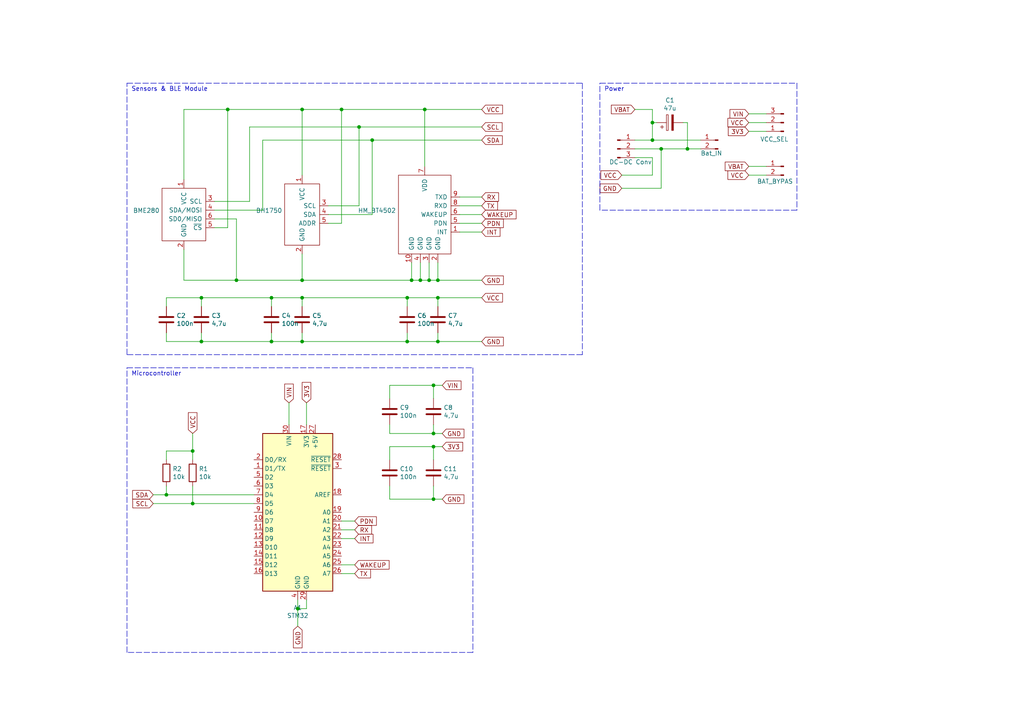
<source format=kicad_sch>
(kicad_sch (version 20211123) (generator eeschema)
  (paper "A4")
  (lib_symbols
    (symbol "Connector:Conn_01x02_Male" (pin_names (offset 1.016) hide)
      (property "Reference" "J" (at 0 2.54 0))
      (property "Value" "Conn_01x02_Male" (at 0 -5.08 0))
      (symbol "Conn_01x02_Male_1_1"
        (polyline (pts (xy 1.27 -2.54) (xy 0.8636 -2.54)) (stroke (width 0.1524)))
        (polyline (pts (xy 1.27 0) (xy 0.8636 0)) (stroke (width 0.1524)))
        (rectangle (start 0.8636 -2.413) (end 0 -2.667) (stroke (width 0.1524)) (fill (type outline)))
        (rectangle (start 0.8636 0.127) (end 0 -0.127) (stroke (width 0.1524)) (fill (type outline)))
        (pin passive line (at 5.08 0 180) (length 3.81) (name "Pin_1") (number "1"))
        (pin passive line (at 5.08 -2.54 180) (length 3.81) (name "Pin_2") (number "2"))
      )
    )
    (symbol "Connector:Conn_01x03_Male" (pin_names (offset 1.016) hide)
      (property "Reference" "J" (at 0 5.08 0))
      (property "Value" "Conn_01x03_Male" (at 0 -5.08 0))
      (symbol "Conn_01x03_Male_1_1"
        (polyline (pts (xy 1.27 -2.54) (xy 0.8636 -2.54)) (stroke (width 0.1524)))
        (polyline (pts (xy 1.27 0) (xy 0.8636 0)) (stroke (width 0.1524)))
        (polyline (pts (xy 1.27 2.54) (xy 0.8636 2.54)) (stroke (width 0.1524)))
        (rectangle (start 0.8636 -2.413) (end 0 -2.667) (stroke (width 0.1524)) (fill (type outline)))
        (rectangle (start 0.8636 0.127) (end 0 -0.127) (stroke (width 0.1524)) (fill (type outline)))
        (rectangle (start 0.8636 2.667) (end 0 2.413) (stroke (width 0.1524)) (fill (type outline)))
        (pin passive line (at 5.08 2.54 180) (length 3.81) (name "Pin_1") (number "1"))
        (pin passive line (at 5.08 0 180) (length 3.81) (name "Pin_2") (number "2"))
        (pin passive line (at 5.08 -2.54 180) (length 3.81) (name "Pin_3") (number "3"))
      )
    )
    (symbol "Device:C" (pin_numbers hide) (pin_names (offset 0.254))
      (property "Reference" "C" (at 0.635 2.54 0))
      (property "Value" "C" (at 0.635 -2.54 0))
      (symbol "C_0_1"
        (polyline (pts (xy -2.032 -0.762) (xy 2.032 -0.762)) (stroke (width 0.508)))
        (polyline (pts (xy -2.032 0.762) (xy 2.032 0.762)) (stroke (width 0.508)))
      )
      (symbol "C_1_1"
        (pin passive line (at 0 3.81 270) (length 2.794) (name "~") (number "1"))
        (pin passive line (at 0 -3.81 90) (length 2.794) (name "~") (number "2"))
      )
    )
    (symbol "Device:CP" (pin_numbers hide) (pin_names (offset 0.254))
      (property "Reference" "C" (at 0.635 2.54 0))
      (property "Value" "Device_CP" (at 0.635 -2.54 0))
      (symbol "CP_0_1"
        (rectangle (start -2.286 0.508) (end 2.286 1.016))
        (polyline (pts (xy -1.778 2.286) (xy -0.762 2.286)))
        (polyline (pts (xy -1.27 2.794) (xy -1.27 1.778)))
        (rectangle (start 2.286 -0.508) (end -2.286 -1.016) (fill (type outline)))
      )
      (symbol "CP_1_1"
        (pin passive line (at 0 3.81 270) (length 2.794) (name "~") (number "1"))
        (pin passive line (at 0 -3.81 90) (length 2.794) (name "~") (number "2"))
      )
    )
    (symbol "Device:R" (pin_numbers hide) (pin_names (offset 0))
      (property "Reference" "R" (at 2.032 0 90))
      (property "Value" "R" (at 0 0 90))
      (symbol "R_0_1"
        (rectangle (start -1.016 -2.54) (end 1.016 2.54) (stroke (width 0.254)))
      )
      (symbol "R_1_1"
        (pin passive line (at 0 3.81 270) (length 1.27) (name "~") (number "1"))
        (pin passive line (at 0 -3.81 90) (length 1.27) (name "~") (number "2"))
      )
    )
    (symbol "MCU_Module:Arduino_Nano_v2.x"
      (property "Reference" "A" (at -10.16 23.495 0))
      (property "Value" "Arduino_Nano_v2.x" (at 5.08 -24.13 0))
      (symbol "Arduino_Nano_v2.x_0_1"
        (rectangle (start -10.16 22.86) (end 10.16 -22.86) (stroke (width 0.254)) (fill (type background)))
      )
      (symbol "Arduino_Nano_v2.x_1_1"
        (pin bidirectional line (at -12.7 12.7 0) (length 2.54) (name "D1/TX") (number "1"))
        (pin bidirectional line (at -12.7 -2.54 0) (length 2.54) (name "D7") (number "10"))
        (pin bidirectional line (at -12.7 -5.08 0) (length 2.54) (name "D8") (number "11"))
        (pin bidirectional line (at -12.7 -7.62 0) (length 2.54) (name "D9") (number "12"))
        (pin bidirectional line (at -12.7 -10.16 0) (length 2.54) (name "D10") (number "13"))
        (pin bidirectional line (at -12.7 -12.7 0) (length 2.54) (name "D11") (number "14"))
        (pin bidirectional line (at -12.7 -15.24 0) (length 2.54) (name "D12") (number "15"))
        (pin bidirectional line (at -12.7 -17.78 0) (length 2.54) (name "D13") (number "16"))
        (pin power_out line (at 2.54 25.4 270) (length 2.54) (name "3V3") (number "17"))
        (pin input line (at 12.7 5.08 180) (length 2.54) (name "AREF") (number "18"))
        (pin bidirectional line (at 12.7 0 180) (length 2.54) (name "A0") (number "19"))
        (pin bidirectional line (at -12.7 15.24 0) (length 2.54) (name "D0/RX") (number "2"))
        (pin bidirectional line (at 12.7 -2.54 180) (length 2.54) (name "A1") (number "20"))
        (pin bidirectional line (at 12.7 -5.08 180) (length 2.54) (name "A2") (number "21"))
        (pin bidirectional line (at 12.7 -7.62 180) (length 2.54) (name "A3") (number "22"))
        (pin bidirectional line (at 12.7 -10.16 180) (length 2.54) (name "A4") (number "23"))
        (pin bidirectional line (at 12.7 -12.7 180) (length 2.54) (name "A5") (number "24"))
        (pin bidirectional line (at 12.7 -15.24 180) (length 2.54) (name "A6") (number "25"))
        (pin bidirectional line (at 12.7 -17.78 180) (length 2.54) (name "A7") (number "26"))
        (pin power_out line (at 5.08 25.4 270) (length 2.54) (name "+5V") (number "27"))
        (pin input line (at 12.7 15.24 180) (length 2.54) (name "~{RESET}") (number "28"))
        (pin power_in line (at 2.54 -25.4 90) (length 2.54) (name "GND") (number "29"))
        (pin input line (at 12.7 12.7 180) (length 2.54) (name "~{RESET}") (number "3"))
        (pin power_in line (at -2.54 25.4 270) (length 2.54) (name "VIN") (number "30"))
        (pin power_in line (at 0 -25.4 90) (length 2.54) (name "GND") (number "4"))
        (pin bidirectional line (at -12.7 10.16 0) (length 2.54) (name "D2") (number "5"))
        (pin bidirectional line (at -12.7 7.62 0) (length 2.54) (name "D3") (number "6"))
        (pin bidirectional line (at -12.7 5.08 0) (length 2.54) (name "D4") (number "7"))
        (pin bidirectional line (at -12.7 2.54 0) (length 2.54) (name "D5") (number "8"))
        (pin bidirectional line (at -12.7 0 0) (length 2.54) (name "D6") (number "9"))
      )
    )
    (symbol "Moje:BH1750" (pin_names (offset 1.016))
      (property "Reference" "U" (at -3.81 10.16 0))
      (property "Value" "BH1750" (at 5.08 -10.16 0))
      (symbol "BH1750_0_1"
        (rectangle (start -5.08 -8.89) (end 5.08 8.89))
      )
      (symbol "BH1750_1_1"
        (pin input line (at 0 11.43 270) (length 2.54) (name "VCC") (number "1"))
        (pin input line (at 0 -11.43 90) (length 2.54) (name "GND") (number "2"))
        (pin input line (at 7.62 2.54 180) (length 2.54) (name "SCL") (number "3"))
        (pin input line (at 7.62 0 180) (length 2.54) (name "SDA") (number "4"))
        (pin input line (at 7.62 -2.54 180) (length 2.54) (name "ADDR") (number "5"))
      )
    )
    (symbol "Moje:BME280" (pin_names (offset 1.016))
      (property "Reference" "U" (at -5.08 8.89 0))
      (property "Value" "BME280" (at 5.08 -8.89 0))
      (symbol "BME280_0_1"
        (rectangle (start 6.35 7.62) (end -6.35 -7.62))
      )
      (symbol "BME280_1_1"
        (pin input line (at 0 10.16 270) (length 2.54) (name "VCC") (number "1"))
        (pin input line (at 0 -10.16 90) (length 2.54) (name "GND") (number "2"))
        (pin input line (at 8.89 3.81 180) (length 2.54) (name "SCL") (number "3"))
        (pin input line (at 8.89 1.27 180) (length 2.54) (name "SDA/MOSI") (number "4"))
        (pin input line (at 8.89 -3.81 180) (length 2.54) (name "~{CS}") (number "5"))
        (pin input line (at 8.89 -1.27 180) (length 2.54) (name "SD0/MISO") (number "6"))
      )
    )
    (symbol "Moje:HM_BT4502" (pin_names (offset 1.016))
      (property "Reference" "U" (at -6.35 12.7 0))
      (property "Value" "HM_BT4502" (at 10.16 -12.7 0))
      (symbol "HM_BT4502_0_1"
        (rectangle (start -7.62 11.43) (end 7.62 -11.43))
      )
      (symbol "HM_BT4502_1_1"
        (pin output line (at -10.16 -5.08 0) (length 2.54) (name "INT") (number "1"))
        (pin input line (at 3.81 -13.97 90) (length 2.54) (name "GND") (number "10"))
        (pin input line (at -3.81 -13.97 90) (length 2.54) (name "GND") (number "2"))
        (pin input line (at -1.27 -13.97 90) (length 2.54) (name "GND") (number "3"))
        (pin input line (at 1.27 -13.97 90) (length 2.54) (name "GND") (number "4"))
        (pin input line (at -10.16 -2.54 0) (length 2.54) (name "PDN") (number "5"))
        (pin input line (at -10.16 0 0) (length 2.54) (name "WAKEUP") (number "6"))
        (pin input line (at 0 13.97 270) (length 2.54) (name "VDD") (number "7"))
        (pin input line (at -10.16 2.54 0) (length 2.54) (name "RXD") (number "8"))
        (pin output line (at -10.16 5.08 0) (length 2.54) (name "TXD") (number "9"))
      )
    )
  )
  (junction (at 118.11 86.36))
  (junction (at 119.38 81.28))
  (junction (at 87.63 81.28))
  (junction (at 66.04 31.75))
  (junction (at 121.92 81.28))
  (junction (at 99.06 31.75))
  (junction (at 123.19 31.75))
  (junction (at 127 99.06))
  (junction (at 125.73 144.78))
  (junction (at 199.39 43.18))
  (junction (at 118.11 99.06))
  (junction (at 127 86.36))
  (junction (at 125.73 129.54))
  (junction (at 48.26 143.51))
  (junction (at 125.73 111.76))
  (junction (at 124.46 81.28))
  (junction (at 58.42 86.36))
  (junction (at 104.14 36.83))
  (junction (at 127 81.28))
  (junction (at 78.74 86.36))
  (junction (at 78.74 99.06))
  (junction (at 55.88 130.81))
  (junction (at 58.42 99.06))
  (junction (at 86.36 176.53))
  (junction (at 87.63 86.36))
  (junction (at 68.58 81.28))
  (junction (at 191.77 43.18))
  (junction (at 55.88 146.05))
  (junction (at 87.63 99.06))
  (junction (at 107.95 40.64))
  (junction (at 189.23 40.64))
  (junction (at 189.23 35.56))
  (junction (at 125.73 125.73))
  (junction (at 87.63 31.75))
  (wire (pts (xy 128.27 125.73) (xy 125.73 125.73)))
  (wire (pts (xy 127 96.52) (xy 127 99.06)))
  (wire (pts (xy 222.25 33.02) (xy 217.17 33.02)))
  (wire (pts (xy 78.74 86.36) (xy 58.42 86.36)))
  (wire (pts (xy 127 88.9) (xy 127 86.36)))
  (wire (pts (xy 104.14 36.83) (xy 139.7 36.83)))
  (wire (pts (xy 113.03 115.57) (xy 113.03 111.76)))
  (wire (pts (xy 44.45 143.51) (xy 48.26 143.51)))
  (wire (pts (xy 53.34 81.28) (xy 68.58 81.28)))
  (wire (pts (xy 102.87 151.13) (xy 99.06 151.13)))
  (wire (pts (xy 62.23 63.5) (xy 68.58 63.5)))
  (wire (pts (xy 125.73 133.35) (xy 125.73 129.54)))
  (wire (pts (xy 133.35 59.69) (xy 139.7 59.69)))
  (wire (pts (xy 133.35 67.31) (xy 139.7 67.31)))
  (wire (pts (xy 102.87 156.21) (xy 99.06 156.21)))
  (wire (pts (xy 118.11 86.36) (xy 87.63 86.36)))
  (wire (pts (xy 48.26 133.35) (xy 48.26 130.81)))
  (wire (pts (xy 113.03 144.78) (xy 125.73 144.78)))
  (wire (pts (xy 62.23 66.04) (xy 66.04 66.04)))
  (wire (pts (xy 104.14 59.69) (xy 104.14 36.83)))
  (wire (pts (xy 217.17 38.1) (xy 222.25 38.1)))
  (wire (pts (xy 72.39 36.83) (xy 72.39 58.42)))
  (polyline (pts (xy 173.99 60.96) (xy 173.99 24.13)))
  (wire (pts (xy 102.87 166.37) (xy 99.06 166.37)))
  (wire (pts (xy 125.73 125.73) (xy 113.03 125.73)))
  (wire (pts (xy 44.45 146.05) (xy 55.88 146.05)))
  (wire (pts (xy 88.9 116.84) (xy 88.9 123.19)))
  (wire (pts (xy 53.34 31.75) (xy 66.04 31.75)))
  (wire (pts (xy 128.27 144.78) (xy 125.73 144.78)))
  (wire (pts (xy 127 76.2) (xy 127 81.28)))
  (wire (pts (xy 58.42 88.9) (xy 58.42 86.36)))
  (wire (pts (xy 78.74 96.52) (xy 78.74 99.06)))
  (wire (pts (xy 198.12 35.56) (xy 199.39 35.56)))
  (wire (pts (xy 55.88 140.97) (xy 55.88 146.05)))
  (wire (pts (xy 189.23 45.72) (xy 189.23 50.8)))
  (wire (pts (xy 53.34 72.39) (xy 53.34 81.28)))
  (wire (pts (xy 125.73 111.76) (xy 125.73 115.57)))
  (wire (pts (xy 68.58 63.5) (xy 68.58 81.28)))
  (wire (pts (xy 62.23 58.42) (xy 72.39 58.42)))
  (wire (pts (xy 222.25 50.8) (xy 217.17 50.8)))
  (wire (pts (xy 133.35 57.15) (xy 139.7 57.15)))
  (wire (pts (xy 113.03 133.35) (xy 113.03 129.54)))
  (wire (pts (xy 99.06 64.77) (xy 99.06 31.75)))
  (wire (pts (xy 128.27 129.54) (xy 125.73 129.54)))
  (wire (pts (xy 87.63 31.75) (xy 99.06 31.75)))
  (polyline (pts (xy 36.83 24.13) (xy 168.91 24.13)))
  (wire (pts (xy 87.63 86.36) (xy 78.74 86.36)))
  (wire (pts (xy 125.73 123.19) (xy 125.73 125.73)))
  (wire (pts (xy 127 81.28) (xy 139.7 81.28)))
  (wire (pts (xy 55.88 125.73) (xy 55.88 130.81)))
  (polyline (pts (xy 137.16 189.23) (xy 36.83 189.23)))
  (wire (pts (xy 189.23 31.75) (xy 189.23 35.56)))
  (wire (pts (xy 48.26 143.51) (xy 73.66 143.51)))
  (wire (pts (xy 189.23 40.64) (xy 203.2 40.64)))
  (wire (pts (xy 55.88 130.81) (xy 55.88 133.35)))
  (wire (pts (xy 113.03 129.54) (xy 125.73 129.54)))
  (wire (pts (xy 88.9 173.99) (xy 88.9 176.53)))
  (wire (pts (xy 107.95 62.23) (xy 107.95 40.64)))
  (wire (pts (xy 72.39 36.83) (xy 104.14 36.83)))
  (wire (pts (xy 87.63 73.66) (xy 87.63 81.28)))
  (polyline (pts (xy 168.91 102.87) (xy 36.83 102.87)))
  (wire (pts (xy 118.11 88.9) (xy 118.11 86.36)))
  (wire (pts (xy 124.46 76.2) (xy 124.46 81.28)))
  (polyline (pts (xy 36.83 102.87) (xy 36.83 24.13)))
  (wire (pts (xy 78.74 88.9) (xy 78.74 86.36)))
  (wire (pts (xy 86.36 181.61) (xy 86.36 176.53)))
  (wire (pts (xy 58.42 86.36) (xy 48.26 86.36)))
  (wire (pts (xy 203.2 43.18) (xy 199.39 43.18)))
  (wire (pts (xy 113.03 125.73) (xy 113.03 123.19)))
  (wire (pts (xy 121.92 76.2) (xy 121.92 81.28)))
  (polyline (pts (xy 36.83 106.68) (xy 137.16 106.68)))
  (wire (pts (xy 87.63 50.8) (xy 87.63 31.75)))
  (wire (pts (xy 118.11 96.52) (xy 118.11 99.06)))
  (wire (pts (xy 123.19 48.26) (xy 123.19 31.75)))
  (polyline (pts (xy 168.91 24.13) (xy 168.91 102.87)))
  (wire (pts (xy 133.35 64.77) (xy 139.7 64.77)))
  (polyline (pts (xy 231.14 60.96) (xy 173.99 60.96)))
  (wire (pts (xy 123.19 31.75) (xy 99.06 31.75)))
  (wire (pts (xy 73.66 146.05) (xy 55.88 146.05)))
  (wire (pts (xy 58.42 96.52) (xy 58.42 99.06)))
  (wire (pts (xy 184.15 31.75) (xy 189.23 31.75)))
  (wire (pts (xy 113.03 111.76) (xy 125.73 111.76)))
  (wire (pts (xy 76.2 40.64) (xy 107.95 40.64)))
  (polyline (pts (xy 173.99 24.13) (xy 231.14 24.13)))
  (wire (pts (xy 127 86.36) (xy 118.11 86.36)))
  (wire (pts (xy 86.36 176.53) (xy 86.36 173.99)))
  (wire (pts (xy 95.25 59.69) (xy 104.14 59.69)))
  (wire (pts (xy 180.34 50.8) (xy 189.23 50.8)))
  (wire (pts (xy 118.11 99.06) (xy 87.63 99.06)))
  (wire (pts (xy 189.23 45.72) (xy 184.15 45.72)))
  (wire (pts (xy 83.82 123.19) (xy 83.82 116.84)))
  (wire (pts (xy 189.23 35.56) (xy 189.23 40.64)))
  (wire (pts (xy 139.7 99.06) (xy 127 99.06)))
  (wire (pts (xy 119.38 76.2) (xy 119.38 81.28)))
  (wire (pts (xy 125.73 144.78) (xy 125.73 140.97)))
  (wire (pts (xy 217.17 48.26) (xy 222.25 48.26)))
  (wire (pts (xy 119.38 81.28) (xy 87.63 81.28)))
  (wire (pts (xy 123.19 31.75) (xy 139.7 31.75)))
  (wire (pts (xy 86.36 176.53) (xy 88.9 176.53)))
  (wire (pts (xy 191.77 43.18) (xy 184.15 43.18)))
  (wire (pts (xy 139.7 86.36) (xy 127 86.36)))
  (wire (pts (xy 119.38 81.28) (xy 121.92 81.28)))
  (wire (pts (xy 48.26 130.81) (xy 55.88 130.81)))
  (wire (pts (xy 124.46 81.28) (xy 127 81.28)))
  (wire (pts (xy 76.2 40.64) (xy 76.2 60.96)))
  (wire (pts (xy 121.92 81.28) (xy 124.46 81.28)))
  (polyline (pts (xy 231.14 24.13) (xy 231.14 60.96)))
  (wire (pts (xy 87.63 99.06) (xy 78.74 99.06)))
  (wire (pts (xy 53.34 52.07) (xy 53.34 31.75)))
  (wire (pts (xy 191.77 54.61) (xy 191.77 43.18)))
  (wire (pts (xy 87.63 96.52) (xy 87.63 99.06)))
  (polyline (pts (xy 36.83 189.23) (xy 36.83 106.68)))
  (wire (pts (xy 127 99.06) (xy 118.11 99.06)))
  (polyline (pts (xy 137.16 106.68) (xy 137.16 189.23)))
  (wire (pts (xy 128.27 111.76) (xy 125.73 111.76)))
  (wire (pts (xy 189.23 40.64) (xy 184.15 40.64)))
  (wire (pts (xy 95.25 62.23) (xy 107.95 62.23)))
  (wire (pts (xy 95.25 64.77) (xy 99.06 64.77)))
  (wire (pts (xy 48.26 140.97) (xy 48.26 143.51)))
  (wire (pts (xy 107.95 40.64) (xy 139.7 40.64)))
  (wire (pts (xy 48.26 99.06) (xy 48.26 96.52)))
  (wire (pts (xy 133.35 62.23) (xy 139.7 62.23)))
  (wire (pts (xy 62.23 60.96) (xy 76.2 60.96)))
  (wire (pts (xy 78.74 99.06) (xy 58.42 99.06)))
  (wire (pts (xy 66.04 31.75) (xy 87.63 31.75)))
  (wire (pts (xy 191.77 54.61) (xy 180.34 54.61)))
  (wire (pts (xy 199.39 43.18) (xy 191.77 43.18)))
  (wire (pts (xy 99.06 153.67) (xy 102.87 153.67)))
  (wire (pts (xy 68.58 81.28) (xy 87.63 81.28)))
  (wire (pts (xy 113.03 140.97) (xy 113.03 144.78)))
  (wire (pts (xy 190.5 35.56) (xy 189.23 35.56)))
  (wire (pts (xy 66.04 66.04) (xy 66.04 31.75)))
  (wire (pts (xy 199.39 35.56) (xy 199.39 43.18)))
  (wire (pts (xy 99.06 163.83) (xy 102.87 163.83)))
  (wire (pts (xy 58.42 99.06) (xy 48.26 99.06)))
  (wire (pts (xy 48.26 86.36) (xy 48.26 88.9)))
  (wire (pts (xy 87.63 88.9) (xy 87.63 86.36)))
  (wire (pts (xy 217.17 35.56) (xy 222.25 35.56)))
  (text "Power \n" (at 175.26 26.67 0) (effects (font (size 1.27 1.27)) (justify left bottom)))
  (text "Microcontroller\n" (at 38.1 109.22 0) (effects (font (size 1.27 1.27)) (justify left bottom)))
  (text "Sensors & BLE Module\n" (at 38.1 26.67 0) (effects (font (size 1.27 1.27)) (justify left bottom)))
  (global_label "WAKEUP" (shape input) (at 139.7 62.23 0) (property "Intersheet References" "${INTERSHEET_REFS}" (effects hide)))
  (global_label "VBAT" (shape input) (at 217.17 48.26 180) (property "Intersheet References" "${INTERSHEET_REFS}" (effects hide)))
  (global_label "GND" (shape input) (at 128.27 144.78 0) (property "Intersheet References" "${INTERSHEET_REFS}" (effects hide)))
  (global_label "VIN" (shape input) (at 217.17 33.02 180) (property "Intersheet References" "${INTERSHEET_REFS}" (effects hide)))
  (global_label "WAKEUP" (shape input) (at 102.87 163.83 0) (property "Intersheet References" "${INTERSHEET_REFS}" (effects hide)))
  (global_label "VCC" (shape input) (at 139.7 31.75 0) (property "Intersheet References" "${INTERSHEET_REFS}" (effects hide)))
  (global_label "SCL" (shape input) (at 44.45 146.05 180) (property "Intersheet References" "${INTERSHEET_REFS}" (effects hide)))
  (global_label "VCC" (shape input) (at 217.17 35.56 180) (property "Intersheet References" "${INTERSHEET_REFS}" (effects hide)))
  (global_label "GND" (shape input) (at 139.7 99.06 0) (property "Intersheet References" "${INTERSHEET_REFS}" (effects hide)))
  (global_label "3V3" (shape input) (at 217.17 38.1 180) (property "Intersheet References" "${INTERSHEET_REFS}" (effects hide)))
  (global_label "3V3" (shape input) (at 88.9 116.84 90) (property "Intersheet References" "${INTERSHEET_REFS}" (effects hide)))
  (global_label "INT" (shape input) (at 102.87 156.21 0) (property "Intersheet References" "${INTERSHEET_REFS}" (effects hide)))
  (global_label "3V3" (shape input) (at 128.27 129.54 0) (property "Intersheet References" "${INTERSHEET_REFS}" (effects hide)))
  (global_label "SDA" (shape input) (at 139.7 40.64 0) (property "Intersheet References" "${INTERSHEET_REFS}" (effects hide)))
  (global_label "GND" (shape input) (at 180.34 54.61 180) (property "Intersheet References" "${INTERSHEET_REFS}" (effects hide)))
  (global_label "RX" (shape input) (at 102.87 153.67 0) (property "Intersheet References" "${INTERSHEET_REFS}" (effects hide)))
  (global_label "GND" (shape input) (at 139.7 81.28 0) (property "Intersheet References" "${INTERSHEET_REFS}" (effects hide)))
  (global_label "TX" (shape input) (at 102.87 166.37 0) (property "Intersheet References" "${INTERSHEET_REFS}" (effects hide)))
  (global_label "INT" (shape input) (at 139.7 67.31 0) (property "Intersheet References" "${INTERSHEET_REFS}" (effects hide)))
  (global_label "PDN" (shape input) (at 139.7 64.77 0) (property "Intersheet References" "${INTERSHEET_REFS}" (effects hide)))
  (global_label "VIN" (shape input) (at 83.82 116.84 90) (property "Intersheet References" "${INTERSHEET_REFS}" (effects hide)))
  (global_label "GND" (shape input) (at 128.27 125.73 0) (property "Intersheet References" "${INTERSHEET_REFS}" (effects hide)))
  (global_label "VCC" (shape input) (at 139.7 86.36 0) (property "Intersheet References" "${INTERSHEET_REFS}" (effects hide)))
  (global_label "SDA" (shape input) (at 44.45 143.51 180) (property "Intersheet References" "${INTERSHEET_REFS}" (effects hide)))
  (global_label "TX" (shape input) (at 139.7 59.69 0) (property "Intersheet References" "${INTERSHEET_REFS}" (effects hide)))
  (global_label "RX" (shape input) (at 139.7 57.15 0) (property "Intersheet References" "${INTERSHEET_REFS}" (effects hide)))
  (global_label "VCC" (shape input) (at 217.17 50.8 180) (property "Intersheet References" "${INTERSHEET_REFS}" (effects hide)))
  (global_label "VBAT" (shape input) (at 184.15 31.75 180) (property "Intersheet References" "${INTERSHEET_REFS}" (effects hide)))
  (global_label "SCL" (shape input) (at 139.7 36.83 0) (property "Intersheet References" "${INTERSHEET_REFS}" (effects hide)))
  (global_label "GND" (shape input) (at 86.36 181.61 270) (property "Intersheet References" "${INTERSHEET_REFS}" (effects hide)))
  (global_label "VCC" (shape input) (at 55.88 125.73 90) (property "Intersheet References" "${INTERSHEET_REFS}" (effects hide)))
  (global_label "PDN" (shape input) (at 102.87 151.13 0) (property "Intersheet References" "${INTERSHEET_REFS}" (effects hide)))
  (global_label "VIN" (shape input) (at 128.27 111.76 0) (property "Intersheet References" "${INTERSHEET_REFS}" (effects hide)))
  (global_label "VCC" (shape input) (at 180.34 50.8 180) (property "Intersheet References" "${INTERSHEET_REFS}" (effects hide)))
  (symbol (lib_id "MCU_Module:Arduino_Nano_v2.x") (at 86.36 148.59 0) (unit 1)
    (property "Reference" "A1" (at 86.36 176.2506 0))
    (property "Value" "STM32" (at 86.36 178.562 0))
    (property "Footprint" "Module:Arduino_Nano" (effects hide))
    (property "Datasheet" "https://www.arduino.cc/en/uploads/Main/ArduinoNanoManual23.pdf" (effects hide))
  )
  (symbol (lib_id "Connector:Conn_01x03_Male") (at 179.07 43.18 0) (unit 1)
    (property "Reference" "J3" (effects hide))
    (property "Value" "DC-DC Conv" (at 182.88 46.99 0))
    (property "Footprint" "Connector_PinHeader_2.54mm:PinHeader_1x03_P2.54mm_Vertical" (effects hide))
  )
  (symbol (lib_id "Connector:Conn_01x02_Male") (at 208.28 40.64 0) (mirror y) (unit 1)
    (property "Reference" "J4" (effects hide))
    (property "Value" "Bat_IN" (at 203.2 44.45 0) (effects (justify right)))
    (property "Footprint" "Connector_PinHeader_2.54mm:PinHeader_1x02_P2.54mm_Vertical" (effects hide))
  )
  (symbol (lib_id "Device:CP") (at 194.31 35.56 90) (unit 1)
    (property "Reference" "C1" (at 194.31 29.083 90))
    (property "Value" "47u" (at 194.31 31.3944 90))
    (property "Footprint" "Capacitor_THT:CP_Radial_D5.0mm_P2.00mm" (effects hide))
  )
  (symbol (lib_id "Moje:HM_BT4502") (at 123.19 62.23 0) (mirror y) (unit 1)
    (property "Reference" "HM_BT4502" (at 114.8588 61.0616 0) (effects (justify left)))
    (property "Value" "HM_BT4502" (effects hide))
    (property "Footprint" "Moje:HM-BT4502" (effects hide))
  )
  (symbol (lib_id "Moje:BH1750") (at 87.63 62.23 0) (unit 1)
    (property "Reference" "BH1750" (at 81.8642 61.0616 0) (effects (justify right)))
    (property "Value" "BH1750" (effects hide))
    (property "Footprint" "Connector_PinHeader_2.54mm:PinHeader_1x05_P2.54mm_Vertical" (effects hide))
  )
  (symbol (lib_id "Moje:BME280") (at 53.34 62.23 0) (unit 1)
    (property "Reference" "BME280" (at 46.3042 61.0616 0) (effects (justify right)))
    (property "Value" "BME280" (effects hide))
    (property "Footprint" "Connector_PinHeader_2.54mm:PinHeader_1x06_P2.54mm_Vertical" (effects hide))
  )
  (symbol (lib_id "Device:R") (at 48.26 137.16 0) (unit 1)
    (property "Reference" "R2" (at 50.038 135.9916 0) (effects (justify left)))
    (property "Value" "10k" (at 50.038 138.303 0) (effects (justify left)))
    (property "Footprint" "Resistor_THT:R_Axial_DIN0207_L6.3mm_D2.5mm_P7.62mm_Horizontal" (effects hide))
  )
  (symbol (lib_id "Device:R") (at 55.88 137.16 0) (unit 1)
    (property "Reference" "R1" (at 57.658 135.9916 0) (effects (justify left)))
    (property "Value" "10k" (at 57.658 138.303 0) (effects (justify left)))
    (property "Footprint" "Resistor_THT:R_Axial_DIN0207_L6.3mm_D2.5mm_P7.62mm_Horizontal" (effects hide))
  )
  (symbol (lib_id "Connector:Conn_01x02_Male") (at 227.33 48.26 0) (mirror y) (unit 1)
    (property "Reference" "J1" (effects hide))
    (property "Value" "BAT_BYPAS" (at 224.79 53.34 0) (effects (justify bottom)))
    (property "Footprint" "Connector_PinHeader_2.54mm:PinHeader_1x02_P2.54mm_Vertical" (effects hide))
  )
  (symbol (lib_id "Connector:Conn_01x03_Male") (at 227.33 35.56 180) (unit 1)
    (property "Reference" "J2" (effects hide))
    (property "Value" "VCC_SEL" (at 224.5868 40.386 0))
    (property "Footprint" "Connector_PinHeader_2.54mm:PinHeader_1x03_P2.54mm_Vertical" (effects hide))
  )
  (symbol (lib_id "Device:C") (at 48.26 92.71 0) (unit 1)
    (property "Reference" "C2" (at 51.181 91.5416 0) (effects (justify left)))
    (property "Value" "100n" (at 51.181 93.853 0) (effects (justify left)))
    (property "Footprint" "Capacitor_SMD:C_1206_3216Metric_Pad1.33x1.80mm_HandSolder" (effects hide))
  )
  (symbol (lib_id "Device:C") (at 58.42 92.71 0) (unit 1)
    (property "Reference" "C3" (at 61.341 91.5416 0) (effects (justify left)))
    (property "Value" "4,7u" (at 61.341 93.853 0) (effects (justify left)))
    (property "Footprint" "Capacitor_SMD:C_1206_3216Metric_Pad1.33x1.80mm_HandSolder" (effects hide))
  )
  (symbol (lib_id "Device:C") (at 78.74 92.71 0) (unit 1)
    (property "Reference" "C4" (at 81.661 91.5416 0) (effects (justify left)))
    (property "Value" "100n" (at 81.661 93.853 0) (effects (justify left)))
    (property "Footprint" "Capacitor_SMD:C_1206_3216Metric_Pad1.33x1.80mm_HandSolder" (effects hide))
  )
  (symbol (lib_id "Device:C") (at 87.63 92.71 0) (unit 1)
    (property "Reference" "C5" (at 90.551 91.5416 0) (effects (justify left)))
    (property "Value" "4,7u" (at 90.551 93.853 0) (effects (justify left)))
    (property "Footprint" "Capacitor_SMD:C_1206_3216Metric_Pad1.33x1.80mm_HandSolder" (effects hide))
  )
  (symbol (lib_id "Device:C") (at 118.11 92.71 0) (unit 1)
    (property "Reference" "C6" (at 121.031 91.5416 0) (effects (justify left)))
    (property "Value" "100n" (at 121.031 93.853 0) (effects (justify left)))
    (property "Footprint" "Capacitor_SMD:C_1206_3216Metric_Pad1.33x1.80mm_HandSolder" (effects hide))
  )
  (symbol (lib_id "Device:C") (at 127 92.71 0) (unit 1)
    (property "Reference" "C7" (at 129.921 91.5416 0) (effects (justify left)))
    (property "Value" "4,7u" (at 129.921 93.853 0) (effects (justify left)))
    (property "Footprint" "Capacitor_SMD:C_1206_3216Metric_Pad1.33x1.80mm_HandSolder" (effects hide))
  )
  (symbol (lib_id "Device:C") (at 113.03 137.16 0) (unit 1)
    (property "Reference" "C10" (at 115.951 135.9916 0) (effects (justify left)))
    (property "Value" "100n" (at 115.951 138.303 0) (effects (justify left)))
    (property "Footprint" "Capacitor_SMD:C_1206_3216Metric_Pad1.33x1.80mm_HandSolder" (effects hide))
  )
  (symbol (lib_id "Device:C") (at 125.73 137.16 0) (unit 1)
    (property "Reference" "C11" (at 128.651 135.9916 0) (effects (justify left)))
    (property "Value" "4,7u" (at 128.651 138.303 0) (effects (justify left)))
    (property "Footprint" "Capacitor_SMD:C_1206_3216Metric_Pad1.33x1.80mm_HandSolder" (effects hide))
  )
  (symbol (lib_id "Device:C") (at 113.03 119.38 0) (unit 1)
    (property "Reference" "C9" (at 115.951 118.2116 0) (effects (justify left)))
    (property "Value" "100n" (at 115.951 120.523 0) (effects (justify left)))
    (property "Footprint" "Capacitor_SMD:C_1206_3216Metric_Pad1.33x1.80mm_HandSolder" (effects hide))
  )
  (symbol (lib_id "Device:C") (at 125.73 119.38 0) (unit 1)
    (property "Reference" "C8" (at 128.651 118.2116 0) (effects (justify left)))
    (property "Value" "4,7u" (at 128.651 120.523 0) (effects (justify left)))
    (property "Footprint" "Capacitor_SMD:C_1206_3216Metric_Pad1.33x1.80mm_HandSolder" (effects hide))
  )
)
</source>
